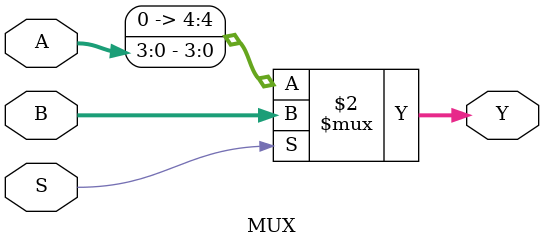
<source format=v>

`timescale 1ps / 1ps

module MUX (A, B, Y, S);
    input  [3:0]A;
    input  [4:0]B;
    output [4:0]Y;
    input  S;

    assign Y = (S == 1'b1) ? B : { 1'b0, A }; // bits concatenation

endmodule

</source>
